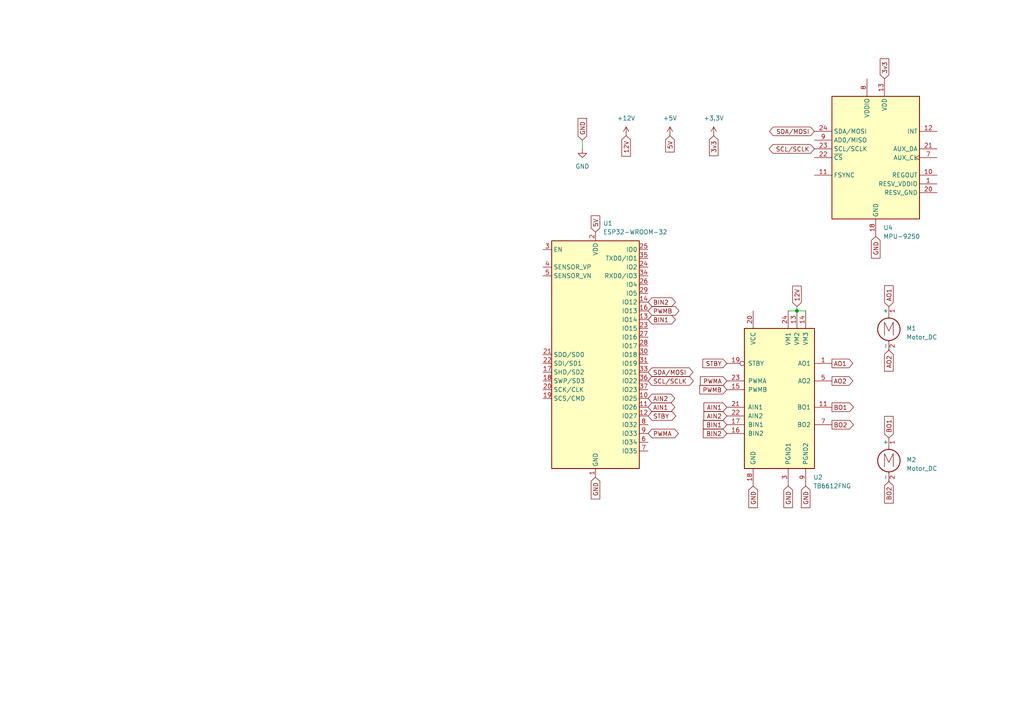
<source format=kicad_sch>
(kicad_sch (version 20231120) (generator "eeschema") (generator_version "8.0")
  (paper "A4")
  (lib_symbols
    (symbol "Driver_Motor:TB6612FNG" (pin_names (offset 1.016))
      (property "Reference" "U" (at 11.43 17.78 0))
      (property "Value" "TB6612FNG" (at 11.43 15.24 0))
      (symbol "TB6612FNG_0_1"
        (rectangle (start -10.16 20.32) (end 10.16 -20.32) (stroke (width 0.254)) (fill (type background)))
      )
      (symbol "TB6612FNG_1_1"
        (pin output line (at 15.24 10.16 180) (length 5.08) (name "AO1") (number "1"))
        (pin passive line (at 7.62 -25.4 90) (length 5.08) hide (name "PGND2") (number "10"))
        (pin output line (at 15.24 -2.54 180) (length 5.08) (name "BO1") (number "11"))
        (pin passive line (at 15.24 -2.54 180) (length 5.08) hide (name "BO1") (number "12"))
        (pin power_in line (at 5.08 25.4 270) (length 5.08) (name "VM2") (number "13"))
        (pin power_in line (at 7.62 25.4 270) (length 5.08) (name "VM3") (number "14"))
        (pin input line (at -15.24 2.54 0) (length 5.08) (name "PWMB") (number "15"))
        (pin input line (at -15.24 -10.16 0) (length 5.08) (name "BIN2") (number "16"))
        (pin input line (at -15.24 -7.62 0) (length 5.08) (name "BIN1") (number "17"))
        (pin power_in line (at -7.62 -25.4 90) (length 5.08) (name "GND") (number "18"))
        (pin input inverted (at -15.24 10.16 0) (length 5.08) (name "STBY") (number "19"))
        (pin passive line (at 15.24 10.16 180) (length 5.08) hide (name "AO1") (number "2"))
        (pin power_in line (at -7.62 25.4 270) (length 5.08) (name "VCC") (number "20"))
        (pin input line (at -15.24 -2.54 0) (length 5.08) (name "AIN1") (number "21"))
        (pin input line (at -15.24 -5.08 0) (length 5.08) (name "AIN2") (number "22"))
        (pin input line (at -15.24 5.08 0) (length 5.08) (name "PWMA") (number "23"))
        (pin power_in line (at 2.54 25.4 270) (length 5.08) (name "VM1") (number "24"))
        (pin power_in line (at 2.54 -25.4 90) (length 5.08) (name "PGND1") (number "3"))
        (pin passive line (at 2.54 -25.4 90) (length 5.08) hide (name "PGND1") (number "4"))
        (pin output line (at 15.24 5.08 180) (length 5.08) (name "AO2") (number "5"))
        (pin passive line (at 15.24 5.08 180) (length 5.08) hide (name "AO2") (number "6"))
        (pin output line (at 15.24 -7.62 180) (length 5.08) (name "BO2") (number "7"))
        (pin passive line (at 15.24 -7.62 180) (length 5.08) hide (name "BO2") (number "8"))
        (pin power_in line (at 7.62 -25.4 90) (length 5.08) (name "PGND2") (number "9"))
      )
    )
    (symbol "Motor:Motor_DC" (pin_names (offset 0))
      (property "Reference" "M" (at 2.54 2.54 0))
      (property "Value" "Motor_DC" (at 2.54 -5.08 0))
      (symbol "Motor_DC_0_0"
        (polyline (pts (xy -1.27 -3.302) (xy -1.27 0.508) (xy 0 -2.032) (xy 1.27 0.508) (xy 1.27 -3.302)))
      )
      (symbol "Motor_DC_0_1"
        (circle (center 0 -1.524) (radius 3.2512) (stroke (width 0.254)))
        (polyline (pts (xy 0 -7.62) (xy 0 -7.112)))
        (polyline (pts (xy 0 -4.7752) (xy 0 -5.1816)))
        (polyline (pts (xy 0 1.7272) (xy 0 2.0828)))
        (polyline (pts (xy 0 2.032) (xy 0 2.54)))
      )
      (symbol "Motor_DC_1_1"
        (pin passive line (at 0 5.08 270) (length 2.54) (name "+") (number "1"))
        (pin passive line (at 0 -7.62 90) (length 2.54) (name "-") (number "2"))
      )
    )
    (symbol "RF_Module:ESP32-WROOM-32"
      (property "Reference" "U" (at -12.7 34.29 0))
      (property "Value" "ESP32-WROOM-32" (at 1.27 34.29 0))
      (symbol "ESP32-WROOM-32_0_1"
        (rectangle (start -12.7 33.02) (end 12.7 -33.02) (stroke (width 0.254)) (fill (type background)))
      )
      (symbol "ESP32-WROOM-32_1_1"
        (pin power_in line (at 0 -35.56 90) (length 2.54) (name "GND") (number "1"))
        (pin bidirectional line (at 15.24 -12.7 180) (length 2.54) (name "IO25") (number "10"))
        (pin bidirectional line (at 15.24 -15.24 180) (length 2.54) (name "IO26") (number "11"))
        (pin bidirectional line (at 15.24 -17.78 180) (length 2.54) (name "IO27") (number "12"))
        (pin bidirectional line (at 15.24 10.16 180) (length 2.54) (name "IO14") (number "13"))
        (pin bidirectional line (at 15.24 15.24 180) (length 2.54) (name "IO12") (number "14"))
        (pin passive line (at 0 -35.56 90) (length 2.54) hide (name "GND") (number "15"))
        (pin bidirectional line (at 15.24 12.7 180) (length 2.54) (name "IO13") (number "16"))
        (pin bidirectional line (at -15.24 -5.08 0) (length 2.54) (name "SHD/SD2") (number "17"))
        (pin bidirectional line (at -15.24 -7.62 0) (length 2.54) (name "SWP/SD3") (number "18"))
        (pin bidirectional line (at -15.24 -12.7 0) (length 2.54) (name "SCS/CMD") (number "19"))
        (pin power_in line (at 0 35.56 270) (length 2.54) (name "VDD") (number "2"))
        (pin bidirectional line (at -15.24 -10.16 0) (length 2.54) (name "SCK/CLK") (number "20"))
        (pin bidirectional line (at -15.24 0 0) (length 2.54) (name "SDO/SD0") (number "21"))
        (pin bidirectional line (at -15.24 -2.54 0) (length 2.54) (name "SDI/SD1") (number "22"))
        (pin bidirectional line (at 15.24 7.62 180) (length 2.54) (name "IO15") (number "23"))
        (pin bidirectional line (at 15.24 25.4 180) (length 2.54) (name "IO2") (number "24"))
        (pin bidirectional line (at 15.24 30.48 180) (length 2.54) (name "IO0") (number "25"))
        (pin bidirectional line (at 15.24 20.32 180) (length 2.54) (name "IO4") (number "26"))
        (pin bidirectional line (at 15.24 5.08 180) (length 2.54) (name "IO16") (number "27"))
        (pin bidirectional line (at 15.24 2.54 180) (length 2.54) (name "IO17") (number "28"))
        (pin bidirectional line (at 15.24 17.78 180) (length 2.54) (name "IO5") (number "29"))
        (pin input line (at -15.24 30.48 0) (length 2.54) (name "EN") (number "3"))
        (pin bidirectional line (at 15.24 0 180) (length 2.54) (name "IO18") (number "30"))
        (pin bidirectional line (at 15.24 -2.54 180) (length 2.54) (name "IO19") (number "31"))
        (pin no_connect line (at -12.7 -27.94 0) (length 2.54) hide (name "NC") (number "32"))
        (pin bidirectional line (at 15.24 -5.08 180) (length 2.54) (name "IO21") (number "33"))
        (pin bidirectional line (at 15.24 22.86 180) (length 2.54) (name "RXD0/IO3") (number "34"))
        (pin bidirectional line (at 15.24 27.94 180) (length 2.54) (name "TXD0/IO1") (number "35"))
        (pin bidirectional line (at 15.24 -7.62 180) (length 2.54) (name "IO22") (number "36"))
        (pin bidirectional line (at 15.24 -10.16 180) (length 2.54) (name "IO23") (number "37"))
        (pin passive line (at 0 -35.56 90) (length 2.54) hide (name "GND") (number "38"))
        (pin passive line (at 0 -35.56 90) (length 2.54) hide (name "GND") (number "39"))
        (pin input line (at -15.24 25.4 0) (length 2.54) (name "SENSOR_VP") (number "4"))
        (pin input line (at -15.24 22.86 0) (length 2.54) (name "SENSOR_VN") (number "5"))
        (pin input line (at 15.24 -25.4 180) (length 2.54) (name "IO34") (number "6"))
        (pin input line (at 15.24 -27.94 180) (length 2.54) (name "IO35") (number "7"))
        (pin bidirectional line (at 15.24 -20.32 180) (length 2.54) (name "IO32") (number "8"))
        (pin bidirectional line (at 15.24 -22.86 180) (length 2.54) (name "IO33") (number "9"))
      )
    )
    (symbol "Sensor_Motion:MPU-9250"
      (property "Reference" "U" (at -11.43 19.05 0))
      (property "Value" "MPU-9250" (at 7.62 -19.05 0))
      (symbol "MPU-9250_0_1"
        (rectangle (start -12.7 17.78) (end 12.7 -17.78) (stroke (width 0.254)) (fill (type background)))
      )
      (symbol "MPU-9250_1_1"
        (pin input line (at 17.78 -7.62 180) (length 5.08) (name "RESV_VDDIO") (number "1"))
        (pin passive line (at 17.78 -5.08 180) (length 5.08) (name "REGOUT") (number "10"))
        (pin input line (at -17.78 -5.08 0) (length 5.08) (name "FSYNC") (number "11"))
        (pin output line (at 17.78 7.62 180) (length 5.08) (name "INT") (number "12"))
        (pin power_in line (at 2.54 22.86 270) (length 5.08) (name "VDD") (number "13"))
        (pin power_in line (at 0 -22.86 90) (length 5.08) (name "GND") (number "18"))
        (pin power_in line (at 17.78 -10.16 180) (length 5.08) (name "RESV_GND") (number "20"))
        (pin bidirectional line (at 17.78 2.54 180) (length 5.08) (name "AUX_DA") (number "21"))
        (pin input line (at -17.78 0 0) (length 5.08) (name "~{CS}") (number "22"))
        (pin input line (at -17.78 2.54 0) (length 5.08) (name "SCL/SCLK") (number "23"))
        (pin bidirectional line (at -17.78 7.62 0) (length 5.08) (name "SDA/MOSI") (number "24"))
        (pin output clock (at 17.78 0 180) (length 5.08) (name "AUX_CL") (number "7"))
        (pin power_in line (at -2.54 22.86 270) (length 5.08) (name "VDDIO") (number "8"))
        (pin bidirectional line (at -17.78 5.08 0) (length 5.08) (name "AD0/MISO") (number "9"))
      )
    )
    (symbol "power:+12V" (power) (pin_numbers hide) (pin_names (offset 0) hide)
      (property "Value" "+12V" (at 0 3.556 0))
      (symbol "+12V_0_1"
        (polyline (pts (xy -0.762 1.27) (xy 0 2.54)))
        (polyline (pts (xy 0 0) (xy 0 2.54)))
        (polyline (pts (xy 0 2.54) (xy 0.762 1.27)))
      )
      (symbol "+12V_1_1"
        (pin power_in line (at 0 0 90) (length 0) (name "~") (number "1"))
      )
    )
    (symbol "power:+3.3V" (power) (pin_numbers hide) (pin_names (offset 0) hide)
      (property "Value" "+3.3V" (at 0 3.556 0))
      (symbol "+3.3V_0_1"
        (polyline (pts (xy -0.762 1.27) (xy 0 2.54)))
        (polyline (pts (xy 0 0) (xy 0 2.54)))
        (polyline (pts (xy 0 2.54) (xy 0.762 1.27)))
      )
      (symbol "+3.3V_1_1"
        (pin power_in line (at 0 0 90) (length 0) (name "~") (number "1"))
      )
    )
    (symbol "power:+5V" (power) (pin_numbers hide) (pin_names (offset 0) hide)
      (property "Value" "+5V" (at 0 3.556 0))
      (symbol "+5V_0_1"
        (polyline (pts (xy -0.762 1.27) (xy 0 2.54)))
        (polyline (pts (xy 0 0) (xy 0 2.54)))
        (polyline (pts (xy 0 2.54) (xy 0.762 1.27)))
      )
      (symbol "+5V_1_1"
        (pin power_in line (at 0 0 90) (length 0) (name "~") (number "1"))
      )
    )
    (symbol "power:GND" (power) (pin_numbers hide) (pin_names (offset 0) hide)
      (property "Value" "GND" (at 0 -3.81 0))
      (symbol "GND_0_1"
        (polyline (pts (xy 0 0) (xy 0 -1.27) (xy 1.27 -1.27) (xy 0 -2.54) (xy -1.27 -1.27) (xy 0 -1.27)))
      )
      (symbol "GND_1_1"
        (pin power_in line (at 0 0 270) (length 0) (name "~") (number "1"))
      )
    )
  )
  (junction (at 231.14 90.17))
  (wire (pts (xy 228.6 90.17) (xy 231.14 90.17)))
  (wire (pts (xy 231.14 90.17) (xy 233.68 90.17)))
  (wire (pts (xy 168.91 40.64) (xy 168.91 43.18)))
  (wire (pts (xy 231.14 88.9) (xy 231.14 90.17)))
  (global_label "12V" (shape input) (at 181.61 39.37 270) (property "Intersheetrefs" "${INTERSHEET_REFS}" (effects (hide yes))))
  (global_label "AO2" (shape output) (at 241.3 110.49 0) (property "Intersheetrefs" "${INTERSHEET_REFS}" (effects (hide yes))))
  (global_label "SCL{slash}SCLK" (shape bidirectional) (at 236.22 43.18 180) (property "Intersheetrefs" "${INTERSHEET_REFS}" (effects (hide yes))))
  (global_label "12V" (shape input) (at 231.14 88.9 90) (property "Intersheetrefs" "${INTERSHEET_REFS}" (effects (hide yes))))
  (global_label "3v3" (shape input) (at 207.01 39.37 270) (property "Intersheetrefs" "${INTERSHEET_REFS}" (effects (hide yes))))
  (global_label "BO2" (shape output) (at 241.3 123.19 0) (property "Intersheetrefs" "${INTERSHEET_REFS}" (effects (hide yes))))
  (global_label "PWMA" (shape bidirectional) (at 187.96 125.73 0) (property "Intersheetrefs" "${INTERSHEET_REFS}" (effects (hide yes))))
  (global_label "GND" (shape input) (at 218.44 140.97 270) (property "Intersheetrefs" "${INTERSHEET_REFS}" (effects (hide yes))))
  (global_label "SDA/MOSI" (shape bidirectional) (at 236.22 38.1 180) (property "Intersheetrefs" "${INTERSHEET_REFS}" (effects (hide yes))))
  (global_label "AIN1" (shape bidirectional) (at 187.96 118.11 0) (property "Intersheetrefs" "${INTERSHEET_REFS}" (effects (hide yes))))
  (global_label "STBY" (shape input) (at 210.82 105.41 180) (property "Intersheetrefs" "${INTERSHEET_REFS}" (effects (hide yes))))
  (global_label "GND" (shape input) (at 254 68.58 270) (property "Intersheetrefs" "${INTERSHEET_REFS}" (effects (hide yes))))
  (global_label "GND" (shape input) (at 233.68 140.97 270) (property "Intersheetrefs" "${INTERSHEET_REFS}" (effects (hide yes))))
  (global_label "GND" (shape input) (at 172.72 138.43 270) (property "Intersheetrefs" "${INTERSHEET_REFS}" (effects (hide yes))))
  (global_label "BO1" (shape input) (at 257.81 127 90) (property "Intersheetrefs" "${INTERSHEET_REFS}" (effects (hide yes))))
  (global_label "BIN1" (shape input) (at 210.82 123.19 180) (property "Intersheetrefs" "${INTERSHEET_REFS}" (effects (hide yes))))
  (global_label "AIN2" (shape input) (at 210.82 120.65 180) (property "Intersheetrefs" "${INTERSHEET_REFS}" (effects (hide yes))))
  (global_label "AO1" (shape output) (at 241.3 105.41 0) (property "Intersheetrefs" "${INTERSHEET_REFS}" (effects (hide yes))))
  (global_label "5V" (shape input) (at 194.31 39.37 270) (property "Intersheetrefs" "${INTERSHEET_REFS}" (effects (hide yes))))
  (global_label "3v3" (shape input) (at 256.54 22.86 90) (property "Intersheetrefs" "${INTERSHEET_REFS}" (effects (hide yes))))
  (global_label "PWMB" (shape input) (at 210.82 113.03 180) (property "Intersheetrefs" "${INTERSHEET_REFS}" (effects (hide yes))))
  (global_label "5V" (shape input) (at 172.72 67.31 90) (property "Intersheetrefs" "${INTERSHEET_REFS}" (effects (hide yes))))
  (global_label "BIN1" (shape bidirectional) (at 187.96 92.71 0) (property "Intersheetrefs" "${INTERSHEET_REFS}" (effects (hide yes))))
  (global_label "SCL{slash}SCLK" (shape bidirectional) (at 187.96 110.49 0) (property "Intersheetrefs" "${INTERSHEET_REFS}" (effects (hide yes))))
  (global_label "AIN1" (shape input) (at 210.82 118.11 180) (property "Intersheetrefs" "${INTERSHEET_REFS}" (effects (hide yes))))
  (global_label "AO2" (shape input) (at 257.81 101.6 270) (property "Intersheetrefs" "${INTERSHEET_REFS}" (effects (hide yes))))
  (global_label "BO2" (shape input) (at 257.81 139.7 270) (property "Intersheetrefs" "${INTERSHEET_REFS}" (effects (hide yes))))
  (global_label "BIN2" (shape bidirectional) (at 187.96 87.63 0) (property "Intersheetrefs" "${INTERSHEET_REFS}" (effects (hide yes))))
  (global_label "AO1" (shape input) (at 257.81 88.9 90) (property "Intersheetrefs" "${INTERSHEET_REFS}" (effects (hide yes))))
  (global_label "SDA{slash}MOSI" (shape bidirectional) (at 187.96 107.95 0) (property "Intersheetrefs" "${INTERSHEET_REFS}" (effects (hide yes))))
  (global_label "PWMA" (shape input) (at 210.82 110.49 180) (property "Intersheetrefs" "${INTERSHEET_REFS}" (effects (hide yes))))
  (global_label "BO1" (shape output) (at 241.3 118.11 0) (property "Intersheetrefs" "${INTERSHEET_REFS}" (effects (hide yes))))
  (global_label "STBY" (shape bidirectional) (at 187.96 120.65 0) (property "Intersheetrefs" "${INTERSHEET_REFS}" (effects (hide yes))))
  (global_label "PWMB" (shape bidirectional) (at 187.96 90.17 0) (property "Intersheetrefs" "${INTERSHEET_REFS}" (effects (hide yes))))
  (global_label "AIN2" (shape bidirectional) (at 187.96 115.57 0) (property "Intersheetrefs" "${INTERSHEET_REFS}" (effects (hide yes))))
  (global_label "GND" (shape input) (at 168.91 40.64 90) (property "Intersheetrefs" "${INTERSHEET_REFS}" (effects (hide yes))))
  (global_label "BIN2" (shape input) (at 210.82 125.73 180) (property "Intersheetrefs" "${INTERSHEET_REFS}" (effects (hide yes))))
  (global_label "GND" (shape input) (at 228.6 140.97 270) (property "Intersheetrefs" "${INTERSHEET_REFS}" (effects (hide yes))))
  (symbol (lib_id "power:+12V") (at 181.61 39.37 0) (unit 1)
    (property "Reference" "#PWR01" (effects (hide yes)))
    (property "Value" "+12V" (at 181.61 34.29 0))
    (property "Description" "Power symbol creates a global label with name \"+12V\"" (effects (hide yes)))
  )
  (symbol (lib_id "Driver_Motor:TB6612FNG") (at 226.06 115.57 0) (unit 1)
    (property "Reference" "U2" (at 235.8741 138.43 0) (effects (justify left)))
    (property "Value" "TB6612FNG" (at 235.8741 140.97 0) (effects (justify left)))
    (property "Footprint" "Package_SO:SSOP-24_5.3x8.2mm_P0.65mm" (effects (hide yes)))
    (property "Datasheet" "https://toshiba.semicon-storage.com/us/product/linear/motordriver/detail.TB6612FNG.html" (effects (hide yes)))
    (property "Description" "Driver IC for Dual DC motor, SSOP-24" (effects (hide yes)))
  )
  (symbol (lib_id "power:GND") (at 168.91 43.18 0) (unit 1)
    (property "Reference" "#PWR03" (effects (hide yes)))
    (property "Value" "GND" (at 168.91 48.26 0))
    (property "Description" "Power symbol creates a global label with name \"GND\" , ground" (effects (hide yes)))
  )
  (symbol (lib_id "RF_Module:ESP32-WROOM-32") (at 172.72 102.87 0) (unit 1)
    (property "Reference" "U1" (at 174.9141 64.77 0) (effects (justify left)))
    (property "Value" "ESP32-WROOM-32" (at 174.9141 67.31 0) (effects (justify left)))
    (property "Footprint" "RF_Module:ESP32-WROOM-32" (effects (hide yes)))
    (property "Datasheet" "https://www.espressif.com/sites/default/files/documentation/esp32-wroom-32_datasheet_en.pdf" (effects (hide yes)))
    (property "Description" "RF Module, ESP32-D0WDQ6 SoC, Wi-Fi 802.11b/g/n, Bluetooth, BLE, 32-bit, 2.7-3.6V, onboard antenna, SMD" (effects (hide yes)))
  )
  (symbol (lib_id "power:+5V") (at 194.31 39.37 0) (unit 1)
    (property "Reference" "#PWR02" (effects (hide yes)))
    (property "Value" "+5V" (at 194.31 34.29 0))
    (property "Description" "Power symbol creates a global label with name \"+5V\"" (effects (hide yes)))
  )
  (symbol (lib_id "Motor:Motor_DC") (at 257.81 93.98 0) (unit 1)
    (property "Reference" "M1" (at 262.89 95.2499 0) (effects (justify left)))
    (property "Value" "Motor_DC" (at 262.89 97.7899 0) (effects (justify left)))
    (property "Description" "DC Motor" (effects (hide yes)))
  )
  (symbol (lib_id "Motor:Motor_DC") (at 257.81 132.08 0) (unit 1)
    (property "Reference" "M2" (at 262.89 133.3499 0) (effects (justify left)))
    (property "Value" "Motor_DC" (at 262.89 135.8899 0) (effects (justify left)))
    (property "Description" "DC Motor" (effects (hide yes)))
  )
  (symbol (lib_id "Sensor_Motion:MPU-9250") (at 254 45.72 0) (unit 1)
    (property "Reference" "U4" (at 256.1941 66.04 0) (effects (justify left)))
    (property "Value" "MPU-9250" (at 256.1941 68.58 0) (effects (justify left)))
    (property "Footprint" "Sensor_Motion:InvenSense_QFN-24_3x3mm_P0.4mm" (effects (hide yes)))
    (property "Datasheet" "https://invensense.tdk.com/wp-content/uploads/2015/02/PS-MPU-9250A-01-v1.1.pdf" (effects (hide yes)))
    (property "Description" "InvenSense 9-Axis Motion Sensor, Accelerometer, Gyroscope, Compass, I2C/SPI" (effects (hide yes)))
  )
  (symbol (lib_id "power:+3.3V") (at 207.01 39.37 0) (unit 1)
    (property "Reference" "#PWR04" (effects (hide yes)))
    (property "Value" "+3.3V" (at 207.01 34.29 0))
    (property "Description" "Power symbol creates a global label with name \"+3.3V\"" (effects (hide yes)))
  )
)
</source>
